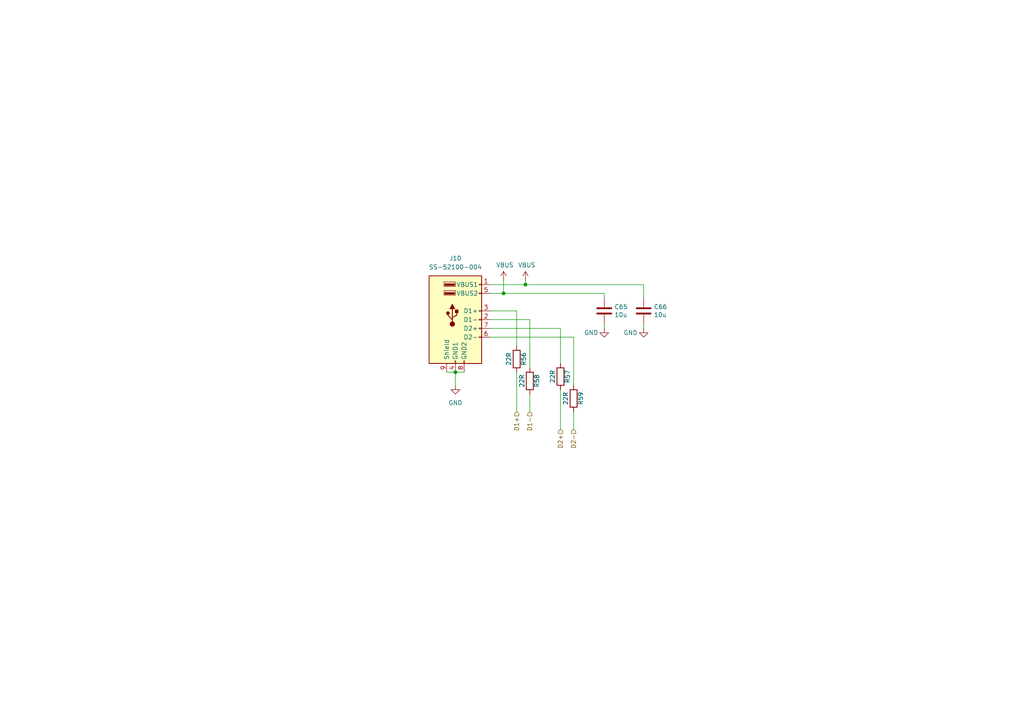
<source format=kicad_sch>
(kicad_sch (version 20250114) (generator "eeschema") (generator_version "9.0")
  (paper "A4")
  (title_block (title "${NAME} ${MODEL}") (date "2025-07-04") (rev "${VERSION}") (company "Mikhail Matveev") (comment 1 "https://github.com/rh1tech/echo"))
  (lib_symbols
    (symbol "Connector:USB_A_Stacked" (pin_names (offset 1.016))
      (property "Reference" "J" (at 0 15.875 0))
      (property "Value" "USB_A_Stacked" (at 0 13.97 0))
      (symbol "USB_A_Stacked_0_1"
        (rectangle (start -7.62 12.7) (end 7.62 -12.7) (stroke (width 0.254)) (fill (type background)))
        (circle (center -2.159 1.905) (radius 0.381) (stroke (width 0.254)) (fill (type outline)))
        (polyline (pts (xy -1.524 3.175) (xy -0.254 3.175) (xy -0.889 4.445) (xy -1.524 3.175)) (stroke (width 0.254)) (fill (type outline)))
        (polyline (pts (xy -0.889 0) (xy -0.889 0.635) (xy 0.381 1.27) (xy 0.381 2.54)) (stroke (width 0.254)))
        (polyline (pts (xy -0.889 -0.635) (xy -0.889 0) (xy -2.159 1.27) (xy -2.159 1.905)) (stroke (width 0.254)))
        (circle (center -0.889 -1.27) (radius 0.635) (stroke (width 0.254)) (fill (type outline)))
        (rectangle (start -0.254 9.906) (end -3.048 10.414) (fill (type outline)))
        (rectangle (start -0.254 7.366) (end -3.048 7.874) (fill (type outline)))
        (rectangle (start -0.127 -12.7) (end 0.127 -11.938))
        (rectangle (start 0 9.652) (end -3.302 10.922))
        (rectangle (start 0 7.112) (end -3.302 8.382))
        (rectangle (start 0 2.794) (end 0.762 2.032) (stroke (width 0.254)) (fill (type outline)))
        (rectangle (start 2.413 -12.7) (end 2.667 -11.938))
        (rectangle (start 7.62 10.033) (end 6.858 10.287))
        (rectangle (start 7.62 7.493) (end 6.858 7.747))
        (rectangle (start 7.62 2.413) (end 6.858 2.667))
        (rectangle (start 7.62 -0.127) (end 6.858 0.127))
        (rectangle (start 7.62 -2.667) (end 6.858 -2.413))
        (rectangle (start 7.62 -5.207) (end 6.858 -4.953))
      )
      (symbol "USB_A_Stacked_1_1"
        (polyline (pts (xy -0.889 0.635) (xy -0.889 3.175)) (stroke (width 0.254)))
        (pin passive line (at -2.54 -15.24 90) (length 2.54) (name "Shield") (number "9"))
        (pin power_in line (at 0 -15.24 90) (length 2.54) (name "GND1") (number "4"))
        (pin power_in line (at 2.54 -15.24 90) (length 2.54) (name "GND2") (number "8"))
        (pin power_in line (at 10.16 10.16 180) (length 2.54) (name "VBUS1") (number "1"))
        (pin power_in line (at 10.16 7.62 180) (length 2.54) (name "VBUS2") (number "5"))
        (pin bidirectional line (at 10.16 2.54 180) (length 2.54) (name "D1+") (number "3"))
        (pin bidirectional line (at 10.16 0 180) (length 2.54) (name "D1-") (number "2"))
        (pin bidirectional line (at 10.16 -2.54 180) (length 2.54) (name "D2+") (number "7"))
        (pin bidirectional line (at 10.16 -5.08 180) (length 2.54) (name "D2-") (number "6"))
      )
    )
    (symbol "Device:C" (pin_numbers (hide yes)) (pin_names (offset 0.254))
      (property "Reference" "C" (at 0.635 2.54 0))
      (property "Value" "C" (at 0.635 -2.54 0))
      (symbol "C_0_1"
        (polyline (pts (xy -2.032 0.762) (xy 2.032 0.762)) (stroke (width 0.508)))
        (polyline (pts (xy -2.032 -0.762) (xy 2.032 -0.762)) (stroke (width 0.508)))
      )
      (symbol "C_1_1"
        (pin passive line (at 0 3.81 270) (length 2.794) (name "~") (number "1"))
        (pin passive line (at 0 -3.81 90) (length 2.794) (name "~") (number "2"))
      )
    )
    (symbol "Device:R" (pin_numbers (hide yes)) (pin_names (offset 0))
      (property "Reference" "R" (at 2.032 0 90))
      (property "Value" "R" (at 0 0 90))
      (symbol "R_0_1"
        (rectangle (start -1.016 -2.54) (end 1.016 2.54) (stroke (width 0.254)))
      )
      (symbol "R_1_1"
        (pin passive line (at 0 3.81 270) (length 1.27) (name "~") (number "1"))
        (pin passive line (at 0 -3.81 90) (length 1.27) (name "~") (number "2"))
      )
    )
    (symbol "GND_1" (power) (pin_numbers (hide yes)) (pin_names (offset 0) (hide yes))
      (property "Value" "GND" (at 0 -3.81 0))
      (symbol "GND_1_0_1"
        (polyline (pts (xy 0 0) (xy 0 -1.27) (xy 1.27 -1.27) (xy 0 -2.54) (xy -1.27 -1.27) (xy 0 -1.27)))
      )
      (symbol "GND_1_1_1"
        (pin power_in line (at 0 0 270) (length 0) (name "~") (number "1"))
      )
    )
    (symbol "GND_2" (power) (pin_numbers (hide yes)) (pin_names (offset 0) (hide yes))
      (property "Value" "GND" (at 0 -3.81 0))
      (symbol "GND_2_0_1"
        (polyline (pts (xy 0 0) (xy 0 -1.27) (xy 1.27 -1.27) (xy 0 -2.54) (xy -1.27 -1.27) (xy 0 -1.27)))
      )
      (symbol "GND_2_1_1"
        (pin power_in line (at 0 0 270) (length 0) (name "~") (number "1"))
      )
    )
    (symbol "VBUS_1" (power) (pin_numbers (hide yes)) (pin_names (offset 0) (hide yes))
      (property "Value" "VBUS" (at 0 3.556 0))
      (symbol "VBUS_1_0_1"
        (polyline (pts (xy -0.762 1.27) (xy 0 2.54)))
        (polyline (pts (xy 0 2.54) (xy 0.762 1.27)))
        (polyline (pts (xy 0 0) (xy 0 2.54)))
      )
      (symbol "VBUS_1_1_1"
        (pin power_in line (at 0 0 90) (length 0) (name "~") (number "1"))
      )
    )
    (symbol "power:GND" (power) (pin_numbers (hide yes)) (pin_names (offset 0) (hide yes))
      (property "Value" "GND" (at 0 -3.81 0))
      (symbol "GND_0_1"
        (polyline (pts (xy 0 0) (xy 0 -1.27) (xy 1.27 -1.27) (xy 0 -2.54) (xy -1.27 -1.27) (xy 0 -1.27)))
      )
      (symbol "GND_1_1"
        (pin power_in line (at 0 0 270) (length 0) (name "~") (number "1"))
      )
    )
    (symbol "power:VBUS" (power) (pin_numbers (hide yes)) (pin_names (offset 0) (hide yes))
      (property "Value" "VBUS" (at 0 3.556 0))
      (symbol "VBUS_0_1"
        (polyline (pts (xy -0.762 1.27) (xy 0 2.54)))
        (polyline (pts (xy 0 2.54) (xy 0.762 1.27)))
        (polyline (pts (xy 0 0) (xy 0 2.54)))
      )
      (symbol "VBUS_1_1"
        (pin power_in line (at 0 0 90) (length 0) (name "~") (number "1"))
      )
    )
  )
  (junction (at 152.4 82.55))
  (junction (at 146.05 85.09))
  (junction (at 132.08 107.95))
  (wire (pts (xy 152.4 81.28) (xy 152.4 82.55)))
  (wire (pts (xy 149.86 90.17) (xy 149.86 100.33)))
  (wire (pts (xy 142.24 97.79) (xy 166.37 97.79)))
  (wire (pts (xy 142.24 95.25) (xy 162.56 95.25)))
  (wire (pts (xy 146.05 85.09) (xy 175.26 85.09)))
  (wire (pts (xy 149.86 107.95) (xy 149.86 119.38)))
  (wire (pts (xy 175.26 93.98) (xy 175.26 95.25)))
  (wire (pts (xy 166.37 97.79) (xy 166.37 111.76)))
  (wire (pts (xy 186.69 93.98) (xy 186.69 95.25)))
  (wire (pts (xy 129.54 107.95) (xy 132.08 107.95)))
  (wire (pts (xy 153.67 92.71) (xy 153.67 106.68)))
  (wire (pts (xy 162.56 113.03) (xy 162.56 124.46)))
  (wire (pts (xy 175.26 85.09) (xy 175.26 86.36)))
  (wire (pts (xy 132.08 107.95) (xy 132.08 111.76)))
  (wire (pts (xy 142.24 92.71) (xy 153.67 92.71)))
  (wire (pts (xy 186.69 86.36) (xy 186.69 82.55)))
  (wire (pts (xy 166.37 119.38) (xy 166.37 124.46)))
  (wire (pts (xy 132.08 107.95) (xy 134.62 107.95)))
  (wire (pts (xy 146.05 81.28) (xy 146.05 85.09)))
  (wire (pts (xy 152.4 82.55) (xy 186.69 82.55)))
  (wire (pts (xy 142.24 85.09) (xy 146.05 85.09)))
  (wire (pts (xy 153.67 114.3) (xy 153.67 119.38)))
  (wire (pts (xy 142.24 82.55) (xy 152.4 82.55)))
  (wire (pts (xy 142.24 90.17) (xy 149.86 90.17)))
  (wire (pts (xy 162.56 95.25) (xy 162.56 105.41)))
  (hierarchical_label "D2+" (shape input) (at 162.56 124.46 270))
  (hierarchical_label "D1-" (shape input) (at 153.67 119.38 270))
  (hierarchical_label "D1+" (shape input) (at 149.86 119.38 270))
  (hierarchical_label "D2-" (shape input) (at 166.37 124.46 270))
  (symbol (lib_id "Connector:USB_A_Stacked") (at 132.08 92.71 0) (unit 1)
    (property "Reference" "J10" (at 132.08 74.93 0))
    (property "Value" "SS-52100-004" (at 132.08 77.47 0))
    (property "Footprint" "FRANK:USB Type A (stacked)" (effects (hide yes)))
    (property "Datasheet" "https://www.belfuse.com/resources/datasheets/stewartconnector/ds-stw-usb-2.0-and-3.0-connectors.pdf" (effects (hide yes)))
    (property "Description" "USB Type A connector, stacked" (effects (hide yes)))
    (property "AliExpress" "https://www.aliexpress.com/item/1005007077769791.html" (effects (hide yes)))
  )
  (symbol (lib_id "Device:C") (at 175.26 90.17 0) (unit 1)
    (property "Reference" "C65" (at 178.181 89.0016 0) (effects (justify left)))
    (property "Value" "10u" (at 178.181 91.313 0) (effects (justify left)))
    (property "Footprint" "FRANK:Capacitor (0805)" (effects (hide yes)))
    (property "Datasheet" "https://eu.mouser.com/datasheet/2/447/KEM_C1075_X7R_HT_SMD-3316221.pdf" (effects (hide yes)))
    (property "AliExpress" "https://www.aliexpress.com/item/33008008276.html" (effects (hide yes)))
  )
  (symbol (lib_id "Device:R") (at 153.67 110.49 0) (mirror x) (unit 1)
    (property "Reference" "R58" (at 155.702 110.49 90))
    (property "Value" "22R" (at 151.384 110.49 90))
    (property "Footprint" "FRANK:Resistor (0402)" (effects (hide yes)))
    (property "Datasheet" "https://www.vishay.com/docs/28952/mcs0402at-mct0603at-mcu0805at-mca1206at.pdf" (effects (hide yes)))
    (property "AliExpress" "https://www.aliexpress.com/item/1005005945735199.html" (effects (hide yes)))
  )
  (symbol (lib_id "Device:C") (at 186.69 90.17 0) (unit 1)
    (property "Reference" "C66" (at 189.611 89.0016 0) (effects (justify left)))
    (property "Value" "10u" (at 189.611 91.313 0) (effects (justify left)))
    (property "Footprint" "FRANK:Capacitor (0805)" (effects (hide yes)))
    (property "Datasheet" "https://eu.mouser.com/datasheet/2/447/KEM_C1075_X7R_HT_SMD-3316221.pdf" (effects (hide yes)))
    (property "AliExpress" "https://www.aliexpress.com/item/33008008276.html" (effects (hide yes)))
  )
  (symbol (lib_name "VBUS_1") (lib_id "power:VBUS") (at 146.05 81.28 0) (unit 1)
    (property "Reference" "#PWR0126" (effects (hide yes)))
    (property "Value" "VBUS" (at 146.431 76.8858 0))
    (property "Description" "Power symbol creates a global label with name \"VBUS\"" (effects (hide yes)))
  )
  (symbol (lib_id "power:GND") (at 175.26 95.25 0) (unit 1)
    (property "Reference" "#PWR0128" (effects (hide yes)))
    (property "Value" "GND" (at 171.45 96.52 0))
    (property "Description" "Power symbol creates a global label with name \"GND\" , ground" (effects (hide yes)))
  )
  (symbol (lib_id "Device:R") (at 162.56 109.22 0) (mirror x) (unit 1)
    (property "Reference" "R57" (at 164.592 109.22 90))
    (property "Value" "22R" (at 160.274 109.22 90))
    (property "Footprint" "FRANK:Resistor (0402)" (effects (hide yes)))
    (property "Datasheet" "https://www.vishay.com/docs/28952/mcs0402at-mct0603at-mcu0805at-mca1206at.pdf" (effects (hide yes)))
    (property "AliExpress" "https://www.aliexpress.com/item/1005005945735199.html" (effects (hide yes)))
  )
  (symbol (lib_name "GND_2") (lib_id "power:GND") (at 186.69 95.25 0) (unit 1)
    (property "Reference" "#PWR0129" (effects (hide yes)))
    (property "Value" "GND" (at 182.88 96.52 0))
    (property "Description" "Power symbol creates a global label with name \"GND\" , ground" (effects (hide yes)))
  )
  (symbol (lib_id "Device:R") (at 149.86 104.14 0) (mirror x) (unit 1)
    (property "Reference" "R56" (at 151.892 104.14 90))
    (property "Value" "22R" (at 147.574 104.14 90))
    (property "Footprint" "FRANK:Resistor (0402)" (effects (hide yes)))
    (property "Datasheet" "https://www.vishay.com/docs/28952/mcs0402at-mct0603at-mcu0805at-mca1206at.pdf" (effects (hide yes)))
    (property "AliExpress" "https://www.aliexpress.com/item/1005005945735199.html" (effects (hide yes)))
  )
  (symbol (lib_id "power:VBUS") (at 152.4 81.28 0) (unit 1)
    (property "Reference" "#PWR0127" (effects (hide yes)))
    (property "Value" "VBUS" (at 152.781 76.8858 0))
    (property "Description" "Power symbol creates a global label with name \"VBUS\"" (effects (hide yes)))
  )
  (symbol (lib_name "GND_1") (lib_id "power:GND") (at 132.08 111.76 0) (unit 1)
    (property "Reference" "#PWR0130" (effects (hide yes)))
    (property "Value" "GND" (at 132.08 116.84 0))
    (property "Description" "Power symbol creates a global label with name \"GND\" , ground" (effects (hide yes)))
  )
  (symbol (lib_id "Device:R") (at 166.37 115.57 0) (mirror x) (unit 1)
    (property "Reference" "R59" (at 168.402 115.57 90))
    (property "Value" "22R" (at 164.084 115.57 90))
    (property "Footprint" "FRANK:Resistor (0402)" (effects (hide yes)))
    (property "Datasheet" "https://www.vishay.com/docs/28952/mcs0402at-mct0603at-mcu0805at-mca1206at.pdf" (effects (hide yes)))
    (property "AliExpress" "https://www.aliexpress.com/item/1005005945735199.html" (effects (hide yes)))
  )
)
</source>
